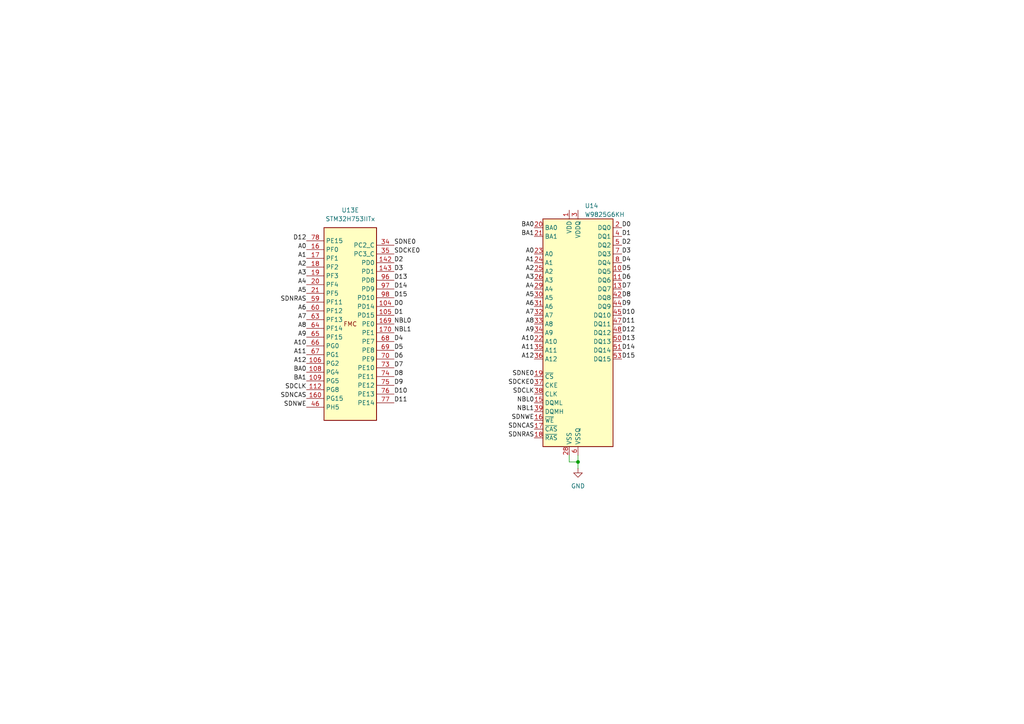
<source format=kicad_sch>
(kicad_sch (version 20231120) (generator "eeschema") (generator_version "8.0")
  (paper "A4")
  (lib_symbols
    (symbol "Memory_RAM:MT48LC16M16A2TG"
      (property "Reference" "U" (at -8.89 34.29 0))
      (property "Value" "MT48LC16M16A2TG" (at 8.89 34.29 0))
      (symbol "MT48LC16M16A2TG_0_1"
        (rectangle (start -10.16 33.02) (end 10.16 -33.02) (stroke (width 0.254)) (fill (type background)))
      )
      (symbol "MT48LC16M16A2TG_1_1"
        (pin power_in line (at -2.54 35.56 270) (length 2.54) (name "VDD") (number "1"))
        (pin bidirectional line (at 12.7 17.78 180) (length 2.54) (name "DQ5") (number "10"))
        (pin bidirectional line (at 12.7 15.24 180) (length 2.54) (name "DQ6") (number "11"))
        (pin passive line (at 0 -35.56 90) (length 2.54) hide (name "VSSQ") (number "12"))
        (pin bidirectional line (at 12.7 12.7 180) (length 2.54) (name "DQ7") (number "13"))
        (pin passive line (at -2.54 35.56 270) (length 2.54) hide (name "VDD") (number "14"))
        (pin input line (at -12.7 -20.32 0) (length 2.54) (name "DQML") (number "15"))
        (pin input line (at -12.7 -25.4 0) (length 2.54) (name "~{WE}") (number "16"))
        (pin input line (at -12.7 -27.94 0) (length 2.54) (name "~{CAS}") (number "17"))
        (pin input line (at -12.7 -30.48 0) (length 2.54) (name "~{RAS}") (number "18"))
        (pin input line (at -12.7 -12.7 0) (length 2.54) (name "~{CS}") (number "19"))
        (pin bidirectional line (at 12.7 30.48 180) (length 2.54) (name "DQ0") (number "2"))
        (pin input line (at -12.7 30.48 0) (length 2.54) (name "BA0") (number "20"))
        (pin input line (at -12.7 27.94 0) (length 2.54) (name "BA1") (number "21"))
        (pin input line (at -12.7 -2.54 0) (length 2.54) (name "A10") (number "22"))
        (pin input line (at -12.7 22.86 0) (length 2.54) (name "A0") (number "23"))
        (pin input line (at -12.7 20.32 0) (length 2.54) (name "A1") (number "24"))
        (pin input line (at -12.7 17.78 0) (length 2.54) (name "A2") (number "25"))
        (pin input line (at -12.7 15.24 0) (length 2.54) (name "A3") (number "26"))
        (pin passive line (at -2.54 35.56 270) (length 2.54) hide (name "VDD") (number "27"))
        (pin power_in line (at -2.54 -35.56 90) (length 2.54) (name "VSS") (number "28"))
        (pin input line (at -12.7 12.7 0) (length 2.54) (name "A4") (number "29"))
        (pin power_in line (at 0 35.56 270) (length 2.54) (name "VDDQ") (number "3"))
        (pin input line (at -12.7 10.16 0) (length 2.54) (name "A5") (number "30"))
        (pin input line (at -12.7 7.62 0) (length 2.54) (name "A6") (number "31"))
        (pin input line (at -12.7 5.08 0) (length 2.54) (name "A7") (number "32"))
        (pin input line (at -12.7 2.54 0) (length 2.54) (name "A8") (number "33"))
        (pin input line (at -12.7 0 0) (length 2.54) (name "A9") (number "34"))
        (pin input line (at -12.7 -5.08 0) (length 2.54) (name "A11") (number "35"))
        (pin input line (at -12.7 -7.62 0) (length 2.54) (name "A12") (number "36"))
        (pin input line (at -12.7 -15.24 0) (length 2.54) (name "CKE") (number "37"))
        (pin input line (at -12.7 -17.78 0) (length 2.54) (name "CLK") (number "38"))
        (pin input line (at -12.7 -22.86 0) (length 2.54) (name "DQMH") (number "39"))
        (pin bidirectional line (at 12.7 27.94 180) (length 2.54) (name "DQ1") (number "4"))
        (pin no_connect line (at 10.16 -20.32 180) (length 2.54) hide (name "NC") (number "40"))
        (pin passive line (at -2.54 -35.56 90) (length 2.54) hide (name "VSS") (number "41"))
        (pin bidirectional line (at 12.7 10.16 180) (length 2.54) (name "DQ8") (number "42"))
        (pin passive line (at 0 35.56 270) (length 2.54) hide (name "VDDQ") (number "43"))
        (pin bidirectional line (at 12.7 7.62 180) (length 2.54) (name "DQ9") (number "44"))
        (pin bidirectional line (at 12.7 5.08 180) (length 2.54) (name "DQ10") (number "45"))
        (pin passive line (at 0 -35.56 90) (length 2.54) hide (name "VSSQ") (number "46"))
        (pin bidirectional line (at 12.7 2.54 180) (length 2.54) (name "DQ11") (number "47"))
        (pin bidirectional line (at 12.7 0 180) (length 2.54) (name "DQ12") (number "48"))
        (pin passive line (at 0 35.56 270) (length 2.54) hide (name "VDDQ") (number "49"))
        (pin bidirectional line (at 12.7 25.4 180) (length 2.54) (name "DQ2") (number "5"))
        (pin bidirectional line (at 12.7 -2.54 180) (length 2.54) (name "DQ13") (number "50"))
        (pin bidirectional line (at 12.7 -5.08 180) (length 2.54) (name "DQ14") (number "51"))
        (pin passive line (at 0 -35.56 90) (length 2.54) hide (name "VSSQ") (number "52"))
        (pin bidirectional line (at 12.7 -7.62 180) (length 2.54) (name "DQ15") (number "53"))
        (pin passive line (at -2.54 -35.56 90) (length 2.54) hide (name "VSS") (number "54"))
        (pin power_in line (at 0 -35.56 90) (length 2.54) (name "VSSQ") (number "6"))
        (pin bidirectional line (at 12.7 22.86 180) (length 2.54) (name "DQ3") (number "7"))
        (pin bidirectional line (at 12.7 20.32 180) (length 2.54) (name "DQ4") (number "8"))
        (pin passive line (at 0 35.56 270) (length 2.54) hide (name "VDDQ") (number "9"))
      )
    )
    (symbol "charger:STM32H753IITx"
      (property "Reference" "U" (at -11.684 0.762 0))
      (property "Value" "STM32H753IITx" (at -23.114 -2.54 0))
      (symbol "STM32H753IITx_1_1"
        (rectangle (start 10.16 25.4) (end -10.16 -25.4) (stroke (width 0.254)) (fill (type background)))
        (pin passive line (at -15.24 1.27 0) (length 5.08) hide (name "VSS") (number "102"))
        (pin power_in line (at 15.24 -2.54 180) (length 5.08) (name "VDD") (number "103"))
        (pin passive line (at -15.24 1.27 0) (length 5.08) hide (name "VSS") (number "113"))
        (pin power_in line (at 15.24 -17.78 180) (length 5.08) (name "VDD33_USB") (number "114"))
        (pin passive line (at -15.24 1.27 0) (length 5.08) hide (name "VSS") (number "126"))
        (pin power_in line (at 15.24 -5.08 180) (length 5.08) (name "VDD") (number "127"))
        (pin passive line (at -15.24 1.27 0) (length 5.08) hide (name "VSS") (number "135"))
        (pin power_in line (at 15.24 -7.62 180) (length 5.08) (name "VDD") (number "136"))
        (pin power_in line (at -15.24 1.27 0) (length 5.08) (name "VSS") (number "14"))
        (pin passive line (at -15.24 1.27 0) (length 5.08) hide (name "VSS") (number "148"))
        (pin power_in line (at 15.24 -10.16 180) (length 5.08) (name "VDD") (number "149"))
        (pin power_in line (at 15.24 17.78 180) (length 5.08) (name "VDD") (number "15"))
        (pin passive line (at -15.24 1.27 0) (length 5.08) hide (name "VSS") (number "158"))
        (pin power_in line (at 15.24 -12.7 180) (length 5.08) (name "VDD") (number "159"))
        (pin power_in line (at 15.24 -15.24 180) (length 5.08) (name "VDD") (number "172"))
        (pin passive line (at -15.24 1.27 0) (length 5.08) hide (name "VSS") (number "22"))
        (pin power_in line (at 15.24 15.24 180) (length 5.08) (name "VDD") (number "23"))
        (pin power_in line (at 15.24 12.7 180) (length 5.08) (name "VDD") (number "36"))
        (pin power_in line (at -15.24 -1.27 0) (length 5.08) (name "VSSA") (number "37"))
        (pin power_in line (at 15.24 -20.32 180) (length 5.08) (name "VDDA") (number "39"))
        (pin passive line (at -15.24 1.27 0) (length 5.08) hide (name "VSS") (number "48"))
        (pin power_in line (at 15.24 10.16 180) (length 5.08) (name "VDD") (number "49"))
        (pin power_in line (at 15.24 20.32 180) (length 5.08) (name "VBAT") (number "6"))
        (pin passive line (at -15.24 1.27 0) (length 5.08) hide (name "VSS") (number "61"))
        (pin power_in line (at 15.24 7.62 180) (length 5.08) (name "VDD") (number "62"))
        (pin passive line (at -15.24 1.27 0) (length 5.08) hide (name "VSS") (number "71"))
        (pin power_in line (at 15.24 5.08 180) (length 5.08) (name "VDD") (number "72"))
        (pin power_in line (at 15.24 2.54 180) (length 5.08) (name "VDD") (number "82"))
        (pin passive line (at -15.24 1.27 0) (length 5.08) hide (name "VSS") (number "90"))
        (pin power_in line (at 15.24 0 180) (length 5.08) (name "VDD") (number "91"))
      )
      (symbol "STM32H753IITx_2_1"
        (rectangle (start -30.48 77.47) (end 30.48 -77.47) (stroke (width 0.254)) (fill (type background)))
        (pin bidirectional line (at 35.56 -71.12 180) (length 5.08) (name "PE2") (number "1"))
        (pin bidirectional line (at 35.56 -17.78 180) (length 5.08) (name "PC15") (number "10"))
        (pin bidirectional line (at 35.56 -53.34 180) (length 5.08) (name "PD12") (number "100"))
        (pin bidirectional line (at 35.56 -55.88 180) (length 5.08) (name "PD13") (number "101"))
        (pin bidirectional line (at -35.56 2.54 0) (length 5.08) (name "PG3") (number "107"))
        (pin bidirectional line (at 35.56 5.08 180) (length 5.08) (name "PC6") (number "115"))
        (pin bidirectional line (at 35.56 2.54 180) (length 5.08) (name "PC7") (number "116"))
        (pin bidirectional line (at 35.56 0 180) (length 5.08) (name "PC8") (number "117"))
        (pin bidirectional line (at -35.56 15.24 0) (length 5.08) (name "PH15") (number "130"))
        (pin bidirectional line (at -35.56 69.85 0) (length 5.08) (name "PI0") (number "131"))
        (pin bidirectional line (at -35.56 67.31 0) (length 5.08) (name "PI1") (number "132"))
        (pin bidirectional line (at -35.56 62.23 0) (length 5.08) (name "PI3") (number "134"))
        (pin bidirectional line (at 35.56 40.64 180) (length 5.08) (name "PA15") (number "138"))
        (pin bidirectional line (at 35.56 -5.08 180) (length 5.08) (name "PC10") (number "139"))
        (pin bidirectional line (at 35.56 -7.62 180) (length 5.08) (name "PC11") (number "140"))
        (pin bidirectional line (at 35.56 -30.48 180) (length 5.08) (name "PD3") (number "145"))
        (pin bidirectional line (at 35.56 -33.02 180) (length 5.08) (name "PD4") (number "146"))
        (pin bidirectional line (at 35.56 -40.64 180) (length 5.08) (name "PD7") (number "151"))
        (pin bidirectional line (at -35.56 -12.7 0) (length 5.08) (name "PG9") (number "152"))
        (pin bidirectional line (at -35.56 -15.24 0) (length 5.08) (name "PG10") (number "153"))
        (pin bidirectional line (at -35.56 -17.78 0) (length 5.08) (name "PG11") (number "154"))
        (pin bidirectional line (at -35.56 -22.86 0) (length 5.08) (name "PG13") (number "156"))
        (pin bidirectional line (at -35.56 -25.4 0) (length 5.08) (name "PG14") (number "157"))
        (pin bidirectional line (at 35.56 25.4 180) (length 5.08) (name "PB4") (number "162"))
        (pin bidirectional line (at 35.56 22.86 180) (length 5.08) (name "PB5") (number "163"))
        (pin bidirectional line (at 35.56 20.32 180) (length 5.08) (name "PB6") (number "164"))
        (pin bidirectional line (at 35.56 17.78 180) (length 5.08) (name "PB7") (number "165"))
        (pin bidirectional line (at -35.56 54.61 0) (length 5.08) (name "PI6") (number "175"))
        (pin bidirectional line (at -35.56 52.07 0) (length 5.08) (name "PI7") (number "176"))
        (pin bidirectional line (at 35.56 -73.66 180) (length 5.08) (name "PE3") (number "2"))
        (pin bidirectional line (at -35.56 -48.26 0) (length 5.08) (name "PF6") (number "24"))
        (pin bidirectional line (at -35.56 -50.8 0) (length 5.08) (name "PF7") (number "25"))
        (pin bidirectional line (at -35.56 -53.34 0) (length 5.08) (name "PF8") (number "26"))
        (pin bidirectional line (at -35.56 -55.88 0) (length 5.08) (name "PF9") (number "27"))
        (pin bidirectional line (at -35.56 46.99 0) (length 5.08) (name "PH0") (number "29"))
        (pin bidirectional line (at -35.56 44.45 0) (length 5.08) (name "PH1") (number "30"))
        (pin bidirectional line (at 35.56 30.48 180) (length 5.08) (name "PB2") (number "58"))
        (pin bidirectional line (at -35.56 49.53 0) (length 5.08) (name "PI8") (number "7"))
        (pin bidirectional line (at 35.56 -12.7 180) (length 5.08) (name "PC13") (number "8"))
        (pin bidirectional line (at -35.56 38.1 0) (length 5.08) (name "PH6") (number "83"))
        (pin bidirectional line (at -35.56 35.56 0) (length 5.08) (name "PH7") (number "84"))
        (pin bidirectional line (at -35.56 30.48 0) (length 5.08) (name "PH9") (number "86"))
        (pin bidirectional line (at -35.56 27.94 0) (length 5.08) (name "PH10") (number "87"))
        (pin bidirectional line (at -35.56 25.4 0) (length 5.08) (name "PH11") (number "88"))
        (pin bidirectional line (at -35.56 22.86 0) (length 5.08) (name "PH12") (number "89"))
        (pin bidirectional line (at 35.56 -15.24 180) (length 5.08) (name "PC14") (number "9"))
        (pin bidirectional line (at 35.56 7.62 180) (length 5.08) (name "PB15") (number "95"))
        (pin bidirectional line (at 35.56 -50.8 180) (length 5.08) (name "PD11") (number "99"))
      )
      (symbol "STM32H753IITx_3_1"
        (rectangle (start -6.35 38.1) (end 6.35 -38.1) (stroke (width 0.254)) (fill (type background)))
        (text "LTDC" (at -2.54 0 0) (effects (font (size 1.27 1.27))))
        (pin bidirectional line (at 11.43 -3.81 180) (length 5.08) (name "PG6") (number "110"))
        (pin bidirectional line (at 11.43 -6.35 180) (length 5.08) (name "PG7") (number "111"))
        (pin bidirectional line (at 11.43 8.89 180) (length 5.08) (name "PC9") (number "118"))
        (pin bidirectional line (at 11.43 26.67 180) (length 5.08) (name "PA8") (number "119"))
        (pin bidirectional line (at 11.43 -31.75 180) (length 5.08) (name "PI10") (number "12"))
        (pin bidirectional line (at 11.43 -21.59 180) (length 5.08) (name "PH14") (number "129"))
        (pin bidirectional line (at 11.43 -34.29 180) (length 5.08) (name "PI11") (number "13"))
        (pin bidirectional line (at 11.43 -24.13 180) (length 5.08) (name "PI2") (number "133"))
        (pin bidirectional line (at 11.43 -8.89 180) (length 5.08) (name "PG12") (number "155"))
        (pin bidirectional line (at 11.43 19.05 180) (length 5.08) (name "PB8") (number "167"))
        (pin bidirectional line (at 11.43 16.51 180) (length 5.08) (name "PB9") (number "168"))
        (pin bidirectional line (at 11.43 -26.67 180) (length 5.08) (name "PI4") (number "173"))
        (pin bidirectional line (at 11.43 -29.21 180) (length 5.08) (name "PI5") (number "174"))
        (pin bidirectional line (at 11.43 -1.27 180) (length 5.08) (name "PF10") (number "28"))
        (pin bidirectional line (at 11.43 6.35 180) (length 5.08) (name "PE4") (number "3"))
        (pin bidirectional line (at 11.43 11.43 180) (length 5.08) (name "PC0") (number "32"))
        (pin bidirectional line (at 11.43 3.81 180) (length 5.08) (name "PE5") (number "4"))
        (pin bidirectional line (at 11.43 -11.43 180) (length 5.08) (name "PH2") (number "43"))
        (pin bidirectional line (at 11.43 -13.97 180) (length 5.08) (name "PH3") (number "44"))
        (pin bidirectional line (at 11.43 -16.51 180) (length 5.08) (name "PH4") (number "45"))
        (pin bidirectional line (at 11.43 1.27 180) (length 5.08) (name "PE6") (number "5"))
        (pin bidirectional line (at 11.43 34.29 180) (length 5.08) (name "PA4") (number "50"))
        (pin bidirectional line (at 11.43 31.75 180) (length 5.08) (name "PA5") (number "51"))
        (pin bidirectional line (at 11.43 29.21 180) (length 5.08) (name "PA6") (number "52"))
        (pin bidirectional line (at 11.43 24.13 180) (length 5.08) (name "PB0") (number "56"))
        (pin bidirectional line (at 11.43 21.59 180) (length 5.08) (name "PB1") (number "57"))
        (pin bidirectional line (at 11.43 13.97 180) (length 5.08) (name "PB10") (number "79"))
        (pin bidirectional line (at 11.43 -19.05 180) (length 5.08) (name "PH8") (number "85"))
      )
      (symbol "STM32H753IITx_4_1"
        (rectangle (start -6.35 12.7) (end 6.35 -12.7) (stroke (width 0.254)) (fill (type background)))
        (text "ETH" (at -2.032 0 0) (effects (font (size 1.27 1.27))))
        (pin bidirectional line (at 11.43 -5.08 180) (length 5.08) (name "PC1") (number "33"))
        (pin bidirectional line (at 11.43 10.16 180) (length 5.08) (name "PA1") (number "41"))
        (pin bidirectional line (at 11.43 7.62 180) (length 5.08) (name "PA2") (number "42"))
        (pin bidirectional line (at 11.43 5.08 180) (length 5.08) (name "PA7") (number "53"))
        (pin bidirectional line (at 11.43 -7.62 180) (length 5.08) (name "PC4") (number "54"))
        (pin bidirectional line (at 11.43 -10.16 180) (length 5.08) (name "PC5") (number "55"))
        (pin bidirectional line (at 11.43 2.54 180) (length 5.08) (name "PB11") (number "80"))
        (pin bidirectional line (at 11.43 0 180) (length 5.08) (name "PB12") (number "92"))
        (pin bidirectional line (at 11.43 -2.54 180) (length 5.08) (name "PB13") (number "93"))
      )
      (symbol "STM32H753IITx_5_1"
        (rectangle (start -7.62 27.94) (end 7.62 -27.94) (stroke (width 0.254)) (fill (type background)))
        (text "FMC" (at 0 0 0) (effects (font (size 1.27 1.27))))
        (pin bidirectional line (at 12.7 5.08 180) (length 5.08) (name "PD14") (number "104"))
        (pin bidirectional line (at 12.7 2.54 180) (length 5.08) (name "PD15") (number "105"))
        (pin bidirectional line (at -12.7 -11.43 0) (length 5.08) (name "PG2") (number "106"))
        (pin bidirectional line (at -12.7 -13.97 0) (length 5.08) (name "PG4") (number "108"))
        (pin bidirectional line (at -12.7 -16.51 0) (length 5.08) (name "PG5") (number "109"))
        (pin bidirectional line (at -12.7 -19.05 0) (length 5.08) (name "PG8") (number "112"))
        (pin bidirectional line (at 12.7 17.78 180) (length 5.08) (name "PD0") (number "142"))
        (pin bidirectional line (at 12.7 15.24 180) (length 5.08) (name "PD1") (number "143"))
        (pin bidirectional line (at -12.7 21.59 0) (length 5.08) (name "PF0") (number "16"))
        (pin bidirectional line (at -12.7 -21.59 0) (length 5.08) (name "PG15") (number "160"))
        (pin bidirectional line (at 12.7 0 180) (length 5.08) (name "PE0") (number "169"))
        (pin bidirectional line (at -12.7 19.05 0) (length 5.08) (name "PF1") (number "17"))
        (pin bidirectional line (at 12.7 -2.54 180) (length 5.08) (name "PE1") (number "170"))
        (pin bidirectional line (at -12.7 16.51 0) (length 5.08) (name "PF2") (number "18"))
        (pin bidirectional line (at -12.7 13.97 0) (length 5.08) (name "PF3") (number "19"))
        (pin bidirectional line (at -12.7 11.43 0) (length 5.08) (name "PF4") (number "20"))
        (pin bidirectional line (at -12.7 8.89 0) (length 5.08) (name "PF5") (number "21"))
        (pin bidirectional line (at 12.7 22.86 180) (length 5.08) (name "PC2_C") (number "34"))
        (pin bidirectional line (at 12.7 20.32 180) (length 5.08) (name "PC3_C") (number "35"))
        (pin bidirectional line (at -12.7 -24.13 0) (length 5.08) (name "PH5") (number "46"))
        (pin bidirectional line (at -12.7 6.35 0) (length 5.08) (name "PF11") (number "59"))
        (pin bidirectional line (at -12.7 3.81 0) (length 5.08) (name "PF12") (number "60"))
        (pin bidirectional line (at -12.7 1.27 0) (length 5.08) (name "PF13") (number "63"))
        (pin bidirectional line (at -12.7 -1.27 0) (length 5.08) (name "PF14") (number "64"))
        (pin bidirectional line (at -12.7 -3.81 0) (length 5.08) (name "PF15") (number "65"))
        (pin bidirectional line (at -12.7 -6.35 0) (length 5.08) (name "PG0") (number "66"))
        (pin bidirectional line (at -12.7 -8.89 0) (length 5.08) (name "PG1") (number "67"))
        (pin bidirectional line (at 12.7 -5.08 180) (length 5.08) (name "PE7") (number "68"))
        (pin bidirectional line (at 12.7 -7.62 180) (length 5.08) (name "PE8") (number "69"))
        (pin bidirectional line (at 12.7 -10.16 180) (length 5.08) (name "PE9") (number "70"))
        (pin bidirectional line (at 12.7 -12.7 180) (length 5.08) (name "PE10") (number "73"))
        (pin bidirectional line (at 12.7 -15.24 180) (length 5.08) (name "PE11") (number "74"))
        (pin bidirectional line (at 12.7 -17.78 180) (length 5.08) (name "PE12") (number "75"))
        (pin bidirectional line (at 12.7 -20.32 180) (length 5.08) (name "PE13") (number "76"))
        (pin bidirectional line (at 12.7 -22.86 180) (length 5.08) (name "PE14") (number "77"))
        (pin bidirectional line (at -12.7 24.13 0) (length 5.08) (name "PE15") (number "78"))
        (pin bidirectional line (at 12.7 12.7 180) (length 5.08) (name "PD8") (number "96"))
        (pin bidirectional line (at 12.7 10.16 180) (length 5.08) (name "PD9") (number "97"))
        (pin bidirectional line (at 12.7 7.62 180) (length 5.08) (name "PD10") (number "98"))
      )
      (symbol "STM32H753IITx_6_1"
        (rectangle (start -7.62 15.24) (end 7.62 -15.24) (stroke (width 0.254)) (fill (type background)))
        (pin bidirectional line (at 12.7 -6.35 180) (length 5.08) (name "PA13") (number "124"))
        (pin power_out line (at 12.7 1.27 180) (length 5.08) (name "VCAP") (number "125"))
        (pin bidirectional line (at 12.7 -8.89 180) (length 5.08) (name "PA14") (number "137"))
        (pin bidirectional line (at 12.7 -11.43 180) (length 5.08) (name "PB3") (number "161"))
        (pin input line (at 12.7 6.35 180) (length 5.08) (name "BOOT0") (number "166"))
        (pin input line (at 12.7 11.43 180) (length 5.08) (name "PDR_ON") (number "171"))
        (pin input line (at 12.7 3.81 180) (length 5.08) (name "NRST") (number "31"))
        (pin input line (at 12.7 8.89 180) (length 5.08) (name "VREF+") (number "38"))
        (pin power_out line (at 12.7 -1.27 180) (length 5.08) (name "VCAP") (number "81"))
      )
      (symbol "STM32H753IITx_7_1"
        (rectangle (start -7.62 24.13) (end 7.62 -24.13) (stroke (width 0.254)) (fill (type background)))
        (text "CAN" (at -2.54 6.096 0) (effects (font (size 1.27 1.27))))
        (text "SDMMC" (at -2.54 -2.54 0) (effects (font (size 1.27 1.27))))
        (text "UART" (at -2.54 -11.43 0) (effects (font (size 1.27 1.27))))
        (text "USART" (at -2.54 -19.05 0) (effects (font (size 1.27 1.27))))
        (text "USB" (at -2.54 16.51 0) (effects (font (size 1.27 1.27))))
        (pin bidirectional line (at 12.7 5.08 180) (length 5.08) (name "PI9") (number "11"))
        (pin bidirectional line (at 12.7 20.32 180) (length 5.08) (name "PA9") (number "120"))
        (pin bidirectional line (at 12.7 17.78 180) (length 5.08) (name "PA10") (number "121"))
        (pin bidirectional line (at 12.7 15.24 180) (length 5.08) (name "PA11") (number "122"))
        (pin bidirectional line (at 12.7 12.7 180) (length 5.08) (name "PA12") (number "123"))
        (pin bidirectional line (at 12.7 7.62 180) (length 5.08) (name "PH13") (number "128"))
        (pin bidirectional line (at 12.7 -10.16 180) (length 5.08) (name "PC12") (number "141"))
        (pin bidirectional line (at 12.7 -12.7 180) (length 5.08) (name "PD2") (number "144"))
        (pin bidirectional line (at 12.7 -20.32 180) (length 5.08) (name "PD5") (number "147"))
        (pin bidirectional line (at 12.7 -5.08 180) (length 5.08) (name "PD6") (number "150"))
        (pin bidirectional line (at 12.7 0 180) (length 5.08) (name "PA0") (number "40"))
        (pin bidirectional line (at 12.7 -17.78 180) (length 5.08) (name "PA3") (number "47"))
        (pin bidirectional line (at 12.7 -2.54 180) (length 5.08) (name "PB14") (number "94"))
      )
    )
    (symbol "power:GND" (power) (pin_numbers hide) (pin_names (offset 0) hide)
      (property "Value" "GND" (at 0 -3.81 0))
      (symbol "GND_0_1"
        (polyline (pts (xy 0 0) (xy 0 -1.27) (xy 1.27 -1.27) (xy 0 -2.54) (xy -1.27 -1.27) (xy 0 -1.27)))
      )
      (symbol "GND_1_1"
        (pin power_in line (at 0 0 270) (length 0) (name "~") (number "1"))
      )
    )
  )
  (junction (at 167.64 133.985))
  (wire (pts (xy 167.64 133.985) (xy 167.64 135.89)))
  (wire (pts (xy 167.64 132.08) (xy 167.64 133.985)))
  (wire (pts (xy 165.1 132.08) (xy 165.1 133.985)))
  (wire (pts (xy 165.1 133.985) (xy 167.64 133.985)))
  (label "D12" (at 88.9 69.85 180))
  (label "D1" (at 114.3 91.44 0))
  (label "A5" (at 88.9 85.09 180))
  (label "A6" (at 88.9 90.17 180))
  (label "SDCKE0" (at 154.94 111.76 180))
  (label "D7" (at 180.34 83.82 0))
  (label "D9" (at 114.3 111.76 0))
  (label "SDCLK" (at 88.9 113.03 180))
  (label "SDNCAS" (at 88.9 115.57 180))
  (label "A2" (at 88.9 77.47 180))
  (label "A3" (at 88.9 80.01 180))
  (label "A0" (at 88.9 72.39 180))
  (label "A11" (at 88.9 102.87 180))
  (label "D3" (at 114.3 78.74 0))
  (label "NBL1" (at 114.3 96.52 0))
  (label "SDNE0" (at 114.3 71.12 0))
  (label "D6" (at 114.3 104.14 0))
  (label "D8" (at 180.34 86.36 0))
  (label "NBL1" (at 154.94 119.38 180))
  (label "A5" (at 154.94 86.36 180))
  (label "SDCKE0" (at 114.3 73.66 0))
  (label "D15" (at 114.3 86.36 0))
  (label "A10" (at 154.94 99.06 180))
  (label "SDNCAS" (at 154.94 124.46 180))
  (label "SDNWE" (at 88.9 118.11 180))
  (label "D12" (at 180.34 96.52 0))
  (label "A8" (at 88.9 95.25 180))
  (label "A12" (at 88.9 105.41 180))
  (label "D5" (at 114.3 101.6 0))
  (label "A10" (at 88.9 100.33 180))
  (label "A12" (at 154.94 104.14 180))
  (label "BA0" (at 154.94 66.04 180))
  (label "A7" (at 154.94 91.44 180))
  (label "D2" (at 180.34 71.12 0))
  (label "NBL0" (at 154.94 116.84 180))
  (label "D4" (at 180.34 76.2 0))
  (label "D14" (at 114.3 83.82 0))
  (label "A6" (at 154.94 88.9 180))
  (label "D6" (at 180.34 81.28 0))
  (label "BA0" (at 88.9 107.95 180))
  (label "A9" (at 88.9 97.79 180))
  (label "D9" (at 180.34 88.9 0))
  (label "A11" (at 154.94 101.6 180))
  (label "D0" (at 114.3 88.9 0))
  (label "D15" (at 180.34 104.14 0))
  (label "D0" (at 180.34 66.04 0))
  (label "D2" (at 114.3 76.2 0))
  (label "SDCLK" (at 154.94 114.3 180))
  (label "A3" (at 154.94 81.28 180))
  (label "D11" (at 114.3 116.84 0))
  (label "D14" (at 180.34 101.6 0))
  (label "D13" (at 114.3 81.28 0))
  (label "A4" (at 88.9 82.55 180))
  (label "D5" (at 180.34 78.74 0))
  (label "SDNRAS" (at 88.9 87.63 180))
  (label "A2" (at 154.94 78.74 180))
  (label "D7" (at 114.3 106.68 0))
  (label "D11" (at 180.34 93.98 0))
  (label "D13" (at 180.34 99.06 0))
  (label "D3" (at 180.34 73.66 0))
  (label "A1" (at 88.9 74.93 180))
  (label "D10" (at 114.3 114.3 0))
  (label "BA1" (at 154.94 68.58 180))
  (label "D8" (at 114.3 109.22 0))
  (label "A0" (at 154.94 73.66 180))
  (label "A7" (at 88.9 92.71 180))
  (label "A9" (at 154.94 96.52 180))
  (label "A8" (at 154.94 93.98 180))
  (label "D1" (at 180.34 68.58 0))
  (label "SDNWE" (at 154.94 121.92 180))
  (label "D4" (at 114.3 99.06 0))
  (label "A1" (at 154.94 76.2 180))
  (label "SDNE0" (at 154.94 109.22 180))
  (label "SDNRAS" (at 154.94 127 180))
  (label "D10" (at 180.34 91.44 0))
  (label "NBL0" (at 114.3 93.98 0))
  (label "BA1" (at 88.9 110.49 180))
  (label "A4" (at 154.94 83.82 180))
  (symbol (lib_id "power:GND") (at 167.64 135.89 0) (unit 1)
    (property "Reference" "#PWR0138" (effects (hide yes)))
    (property "Value" "GND" (at 167.64 140.97 0))
    (property "Description" "Power symbol creates a global label with name \"GND\" , ground" (effects (hide yes)))
  )
  (symbol (lib_id "Memory_RAM:MT48LC16M16A2TG") (at 167.64 96.52 0) (unit 1)
    (property "Reference" "U14" (at 169.5959 59.69 0) (effects (justify left)))
    (property "Value" "W9825G6KH" (at 169.5959 62.23 0) (effects (justify left)))
    (property "Footprint" "Package_SO:TSOP-II-54_22.2x10.16mm_P0.8mm" (effects (hide yes)))
    (property "Datasheet" "https://www.winbond.com/resource-files/w9825g6kh_a04.pdf" (effects (hide yes)))
    (property "Description" "256M – (16M x 16 bit) Synchronous DRAM (SDRAM), TSOP-II-54" (effects (hide yes)))
  )
  (symbol (lib_id "charger:STM32H753IITx") (at 101.6 93.98 0) (unit 5)
    (property "Reference" "U13" (at 101.6 60.96 0))
    (property "Value" "STM32H753IITx" (at 101.6 63.5 0))
    (property "Footprint" "Package_QFP:LQFP-176_24x24mm_P0.5mm" (effects (hide yes)))
    (property "Datasheet" "https://www.st.com/resource/en/datasheet/stm32h753ii.pdf" (effects (hide yes)))
    (property "Description" "STMicroelectronics Arm Cortex-M7 MCU, 2048KB flash, 1024KB RAM, 480 MHz, 1.62-3.6V, 140 GPIO, LQFP176" (effects (hide yes)))
  )
)
</source>
